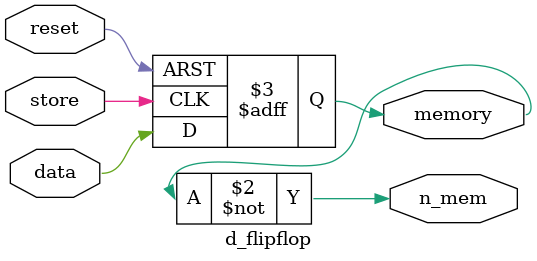
<source format=v>
module d_flipflop(
    input data,
    input store,
    input reset,
    output reg memory,
    output n_mem
);

    always @(posedge store, posedge reset)begin
       if (reset)begin
        memory <= 1'b0;
       end else begin
        memory <= data;
       end
       
        
    end
        
    assign n_mem = ~memory;

endmodule
</source>
